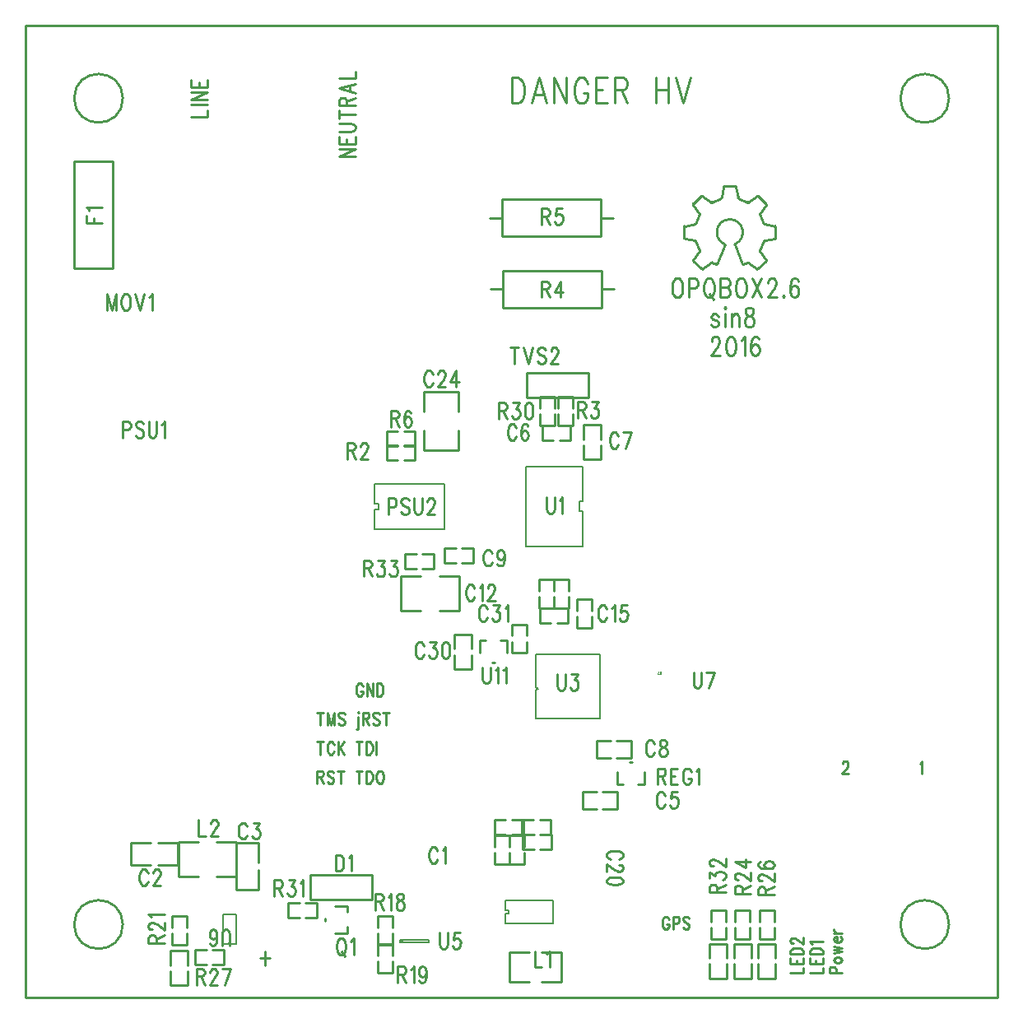
<source format=gto>
*
*
G04 PADS VX.1.1 Build Number: 678707 generated Gerber (RS-274-X) file*
G04 PC Version=2.1*
*
%IN "opqbox2.pcb"*%
*
%MOIN*%
*
%FSLAX35Y35*%
*
*
*
*
G04 PC Standard Apertures*
*
*
G04 Thermal Relief Aperture macro.*
%AMTER*
1,1,$1,0,0*
1,0,$1-$2,0,0*
21,0,$3,$4,0,0,45*
21,0,$3,$4,0,0,135*
%
*
*
G04 Annular Aperture macro.*
%AMANN*
1,1,$1,0,0*
1,0,$2,0,0*
%
*
*
G04 Odd Aperture macro.*
%AMODD*
1,1,$1,0,0*
1,0,$1-0.005,0,0*
%
*
*
G04 PC Custom Aperture Macros*
*
*
*
*
*
*
G04 PC Aperture Table*
*
%ADD010C,0.001*%
%ADD011C,0.00787*%
%ADD013C,0.01*%
%ADD193C,0.0015*%
*
*
*
*
G04 PC Circuitry*
G04 Layer Name opqbox2.pcb - circuitry*
%LPD*%
*
*
G04 PC Custom Flashes*
G04 Layer Name opqbox2.pcb - flashes*
%LPD*%
*
*
G04 PC Circuitry*
G04 Layer Name opqbox2.pcb - circuitry*
%LPD*%
*
G54D10*
G54D11*
G01X332776Y212894D02*
Y239075D01*
X306594*
Y225492*
X307579Y225000*
X306594Y224508*
Y212894*
X332776*
X241339Y289764D02*
Y297687D01*
X243110*
Y299951*
X241339*
Y307874*
X269685*
Y289764*
X241339*
X325689Y314862D02*
Y300824D01*
X324250*
Y296813*
X325689*
Y282776*
X302657*
Y314862*
X325689*
X294291Y130118D02*
Y134080D01*
X295497*
Y135212*
X294291*
Y139173*
X313583*
Y130118*
X294291*
X251772Y122441D02*
Y122785D01*
X252485*
Y122884*
X251772*
Y123228*
X263189*
Y122441*
X251772*
X185236Y121654D02*
X182997D01*
Y122392*
X182357*
Y121654*
X180118*
Y133465*
X185236*
Y121654*
G54D13*
X333268Y386811D02*
X338268D01*
X293268Y379311D02*
Y394311D01*
X333268*
Y379311*
X293268*
Y386811D02*
X288268D01*
X293110Y415748D02*
X288110D01*
X333110Y423248D02*
Y408248D01*
X293110*
Y423248*
X333110*
Y415748D02*
X338110D01*
X261307Y329715D02*
Y321665D01*
X275307*
Y329715*
X261307Y337215D02*
Y345265D01*
X275307*
Y337215*
X135433Y438583D02*
X119685D01*
Y395276*
X135433*
Y438583*
X327854Y353031D02*
Y343031D01*
X302854*
Y353031*
X327854*
X377012Y113564D02*
Y107764D01*
X384012*
Y113564*
X377012Y115964D02*
Y121764D01*
X384012*
Y115964*
X323378Y254262D02*
Y249712D01*
X329378*
Y254262*
X323378Y256762D02*
Y261312D01*
X329378*
Y256762*
X383512Y130778D02*
Y135328D01*
X377512*
Y130778*
X383512Y128278D02*
Y123728D01*
X377512*
Y128278*
X386854Y113564D02*
Y107764D01*
X393854*
Y113564*
X386854Y115964D02*
Y121764D01*
X393854*
Y115964*
X393354Y130778D02*
Y135328D01*
X387354*
Y130778*
X393354Y128278D02*
Y123728D01*
X387354*
Y128278*
X403197Y130778D02*
Y135328D01*
X397197*
Y130778*
X403197Y128278D02*
Y123728D01*
X397197*
Y128278*
X396697Y113564D02*
Y107764D01*
X403697*
Y113564*
X396697Y115964D02*
Y121764D01*
X403697*
Y115964*
X274144Y281937D02*
X269594D01*
Y275937*
X274144*
X276644Y281937D02*
X281194D01*
Y275937*
X276644*
X333680Y176421D02*
X339480D01*
Y183421*
X333680*
X331280Y176421D02*
X325480D01*
Y183421*
X331280*
X348079Y186157D02*
X350579D01*
Y191157*
X342079Y186157D02*
X339579D01*
Y191157*
X345579Y195157D02*
X344579D01*
X280469Y241161D02*
Y246961D01*
X273469*
Y241161*
X280469Y238761D02*
Y232961D01*
X273469*
Y238761*
X286370Y244748D02*
X283870D01*
Y239748*
X292370Y244748D02*
X294870D01*
Y239748*
X288870Y235748D02*
X289870D01*
X302803Y246526D02*
Y251076D01*
X296803*
Y246526*
X302803Y244026D02*
Y239476D01*
X296803*
Y244026*
X339389Y197091D02*
X345189D01*
Y204091*
X339389*
X336989Y197091D02*
X331189D01*
Y204091*
X336989*
X258199Y279772D02*
X253649D01*
Y273772*
X258199*
X260699Y279772D02*
X265249D01*
Y273772*
X260699*
X267530Y256780D02*
X275580D01*
Y270780*
X267530*
X260030Y256780D02*
X251980D01*
Y270780*
X260030*
X312726Y257528D02*
X308176D01*
Y251528*
X312726*
X315226Y257528D02*
X319776D01*
Y251528*
X315226*
X313711Y331740D02*
X309161D01*
Y325740*
X313711*
X316211Y331740D02*
X320761D01*
Y325740*
X316211*
X314417Y338652D02*
Y343202D01*
X308417*
Y338652*
X314417Y336152D02*
Y331602D01*
X308417*
Y336152*
X253219Y323378D02*
X257769D01*
Y329378*
X253219*
X250719Y323378D02*
X246169D01*
Y329378*
X250719*
Y323472D02*
X246169D01*
Y317472*
X250719*
X253219Y323472D02*
X257769D01*
Y317472*
X253219*
X333028Y326003D02*
Y331803D01*
X326028*
Y326003*
X333028Y323603D02*
Y317803D01*
X326028*
Y323603*
X321504Y338652D02*
Y343202D01*
X315504*
Y338652*
X321504Y336152D02*
Y331602D01*
X315504*
Y336152*
X319929Y264636D02*
Y269186D01*
X313929*
Y264636*
X319929Y262136D02*
Y257586D01*
X313929*
Y262136*
X314024Y264636D02*
Y269186D01*
X308024*
Y264636*
X314024Y262136D02*
Y257586D01*
X308024*
Y262136*
X295819Y158593D02*
Y154043D01*
X301819*
Y158593*
X295819Y161093D02*
Y165643D01*
X301819*
Y161093*
X289913Y158593D02*
Y154043D01*
X295913*
Y158593*
X289913Y161093D02*
Y165643D01*
X295913*
Y161093*
X305837Y165992D02*
X301287D01*
Y159992*
X305837*
X308337Y165992D02*
X312887D01*
Y159992*
X308337*
X305679Y171819D02*
X301129D01*
Y165819*
X305679*
X308179Y171819D02*
X312729D01*
Y165819*
X308179*
X294419Y171898D02*
X289869D01*
Y165898*
X294419*
X296919Y171898D02*
X301469D01*
Y165898*
X296919*
X303799Y118205D02*
X295799D01*
Y106205*
X303799*
X308799Y118205D02*
X316799D01*
Y106205*
X308799*
X248669Y128415D02*
Y132965D01*
X242669*
Y128415*
X248669Y125915D02*
Y121365D01*
X242669*
Y125915*
X248669Y116998D02*
Y121548D01*
X242669*
Y116998*
X248669Y114498D02*
Y109948D01*
X242669*
Y114498*
X169872Y162906D02*
X161822D01*
Y148906*
X169872*
X177372Y162906D02*
X185422D01*
Y148906*
X177372*
X213455Y132433D02*
X218005D01*
Y138433*
X213455*
X210955Y132433D02*
X206405D01*
Y138433*
X210955*
X230378Y134496D02*
Y136996D01*
X225378*
X230378Y128496D02*
Y125996D01*
X225378*
X221378Y131996D02*
Y130996D01*
X215453Y139488D02*
Y149488D01*
X240453*
Y139488*
X215453*
X165705Y113011D02*
Y118811D01*
X158705*
Y113011*
X165705Y110611D02*
Y104811D01*
X158705*
Y110611*
X165205Y128415D02*
Y132965D01*
X159205*
Y128415*
X165205Y125915D02*
Y121365D01*
X159205*
Y125915*
X175659Y113142D02*
X180209D01*
Y119142*
X175659*
X173159Y113142D02*
X168609D01*
Y119142*
X173159*
X194264Y154650D02*
Y162650D01*
X185264*
Y154650*
X194264Y151650D02*
Y143650D01*
X185264*
Y151650*
X153469Y153768D02*
X161469D01*
Y162768*
X153469*
X150469Y153768D02*
X142469D01*
Y162768*
X150469*
X226902Y440551D02*
X233465D01*
X226902D02*
X233465Y443733D01*
X226902D02*
X233465D01*
X226902Y445778D02*
X233465D01*
X226902D02*
Y448733D01*
X230027Y445778D02*
Y447597D01*
X233465Y445778D02*
Y448733D01*
X226902Y450778D02*
X231590D01*
X232527Y451006*
X233152Y451460*
X233465Y452142*
Y452597*
X233152Y453278*
X232527Y453733*
X231590Y453960*
X226902*
Y457597D02*
X233465D01*
X226902Y456006D02*
Y459188D01*
Y461233D02*
X233465D01*
X226902D02*
Y463278D01*
X227215Y463960*
X227527Y464188*
X228152Y464415*
X228777*
X229402Y464188*
X229715Y463960*
X230027Y463278*
Y461233*
Y462824D02*
X233465Y464415D01*
X226902Y468278D02*
X233465Y466460D01*
X226902Y468278D02*
X233465Y470097D01*
X231277Y467142D02*
Y469415D01*
X226902Y472142D02*
X233465D01*
Y474869*
X309055Y390027D02*
Y383465D01*
Y390027D02*
X311101D01*
X311782Y389715*
X312010Y389402*
X312237Y388777*
Y388152*
X312010Y387527*
X311782Y387215*
X311101Y386902*
X309055*
X310646D02*
X312237Y383465D01*
X316555Y390027D02*
X314282Y385652D01*
X317691*
X316555Y390027D02*
Y383465D01*
X309055Y419555D02*
Y412992D01*
Y419555D02*
X311101D01*
X311782Y419242*
X312010Y418930*
X312237Y418305*
Y417680*
X312010Y417055*
X311782Y416742*
X311101Y416430*
X309055*
X310646D02*
X312237Y412992D01*
X317237Y419555D02*
X314964D01*
X314737Y416742*
X314964Y417055*
X315646Y417367*
X316328*
X317010Y417055*
X317464Y416430*
X317691Y415492*
X317464Y414867*
X317237Y413930*
X316782Y413305*
X316101Y412992*
X315419*
X314737Y413305*
X314510Y413617*
X314282Y414242*
X133071Y384909D02*
Y378346D01*
Y384909D02*
X134889Y378346D01*
X136707Y384909D02*
X134889Y378346D01*
X136707Y384909D02*
Y378346D01*
X140116Y384909D02*
X139662Y384596D01*
X139207Y383971*
X138980Y383346*
X138753Y382409*
Y380846*
X138980Y379909*
X139207Y379284*
X139662Y378659*
X140116Y378346*
X141025*
X141480Y378659*
X141935Y379284*
X141935D02*
X142162Y379909D01*
X142389Y380846*
Y382409*
X142162Y383346*
X141935Y383971*
X141935D02*
X141480Y384596D01*
X141025Y384909*
X140116*
X144435D02*
X146253Y378346D01*
X148071Y384909D02*
X146253Y378346D01*
X150116Y383659D02*
X150571Y383971D01*
X151253Y384909*
Y378346*
X264826Y352244D02*
X264599Y352869D01*
X264145Y353494*
X263690Y353807*
X262781*
X262326Y353494*
X261872Y352869*
X261645Y352244*
X261417Y351307*
Y349744*
X261645Y348807*
X261872Y348182*
X262326Y347557*
X262781Y347244*
X263690*
X264145Y347557*
X264599Y348182*
X264826Y348807*
X267099Y352244D02*
Y352557D01*
X267326Y353182*
X267554Y353494*
X268008Y353807*
X268917*
X269372Y353494*
X269599Y353182*
X269826Y352557*
Y351932*
X269599Y351307*
X269145Y350369*
X266872Y347244*
X270054*
X274372Y353807D02*
X272099Y349432D01*
X275508*
X274372Y353807D02*
Y347244D01*
X124540Y413780D02*
X131102D01*
X124540D02*
Y416734D01*
X127665Y413780D02*
Y415598D01*
X125790Y418780D02*
X125477Y419234D01*
X124540Y419916*
X131102*
X167060Y456693D02*
X173622D01*
Y459420*
X167060Y461466D02*
X173622D01*
X167060Y463511D02*
X173622D01*
X167060D02*
X173622Y466693D01*
X167060D02*
X173622D01*
X167060Y468738D02*
X173622D01*
X167060D02*
Y471693D01*
X170185Y468738D02*
Y470557D01*
X173622Y468738D02*
Y471693D01*
X315354Y230972D02*
Y226284D01*
X315582Y225347*
X316036Y224722*
X316718Y224409*
X317173*
X317854Y224722*
X318309Y225347*
X318536Y226284*
Y230972*
X321036D02*
X323536D01*
X322173Y228472*
X322854*
X323309Y228159*
X323536Y227847*
X323763Y226909*
Y226284*
X323536Y225347*
X323082Y224722*
X322400Y224409*
X321718*
X321036Y224722*
X320809Y225034*
X320582Y225659*
X298048Y363255D02*
Y356693D01*
X296457Y363255D02*
X299639D01*
X301684D02*
X303502Y356693D01*
X305320Y363255D02*
X303502Y356693D01*
X310548Y362318D02*
X310093Y362943D01*
X309411Y363255*
X308502*
X307820Y362943*
X307366Y362318*
Y361693*
X307593Y361068*
X307820Y360755*
X308275Y360443*
X309639Y359818*
X310093Y359505*
X310320Y359193*
X310548Y358568*
Y357630*
X310093Y357005*
X309411Y356693*
X308502*
X307820Y357005*
X307366Y357630*
X312820Y361693D02*
Y362005D01*
X313048Y362630*
X313275Y362943*
X313729Y363255*
X314639*
X315093Y362943*
X315320Y362630*
X315548Y362005*
Y361380*
X315320Y360755*
X314866Y359818*
X312593Y356693*
X315775*
X335299Y257362D02*
X335072Y257987D01*
X334617Y258612*
X334162Y258925*
X333253*
X332799Y258612*
X332344Y257987*
X332117Y257362*
X331890Y256425*
Y254862*
X332117Y253925*
X332344Y253300*
X332799Y252675*
X333253Y252362*
X334162*
X334617Y252675*
X335072Y253300*
X335299Y253925*
X337344Y257675D02*
X337799Y257987D01*
X338481Y258925*
Y252362*
X343481Y258925D02*
X341208D01*
X340981Y256112*
X341208Y256425*
X341890Y256737*
X342572*
X343253Y256425*
X343708Y255800*
X343935Y254862*
X343708Y254237*
X343481Y253300*
X343026Y252675*
X342344Y252362*
X341662*
X340981Y252675*
X340753Y252987*
X340526Y253612*
X376902Y142520D02*
X383465D01*
X376902D02*
Y144565D01*
X377215Y145247*
X377527Y145474*
X378152Y145702*
X378777*
X379402Y145474*
X379715Y145247*
X380027Y144565*
Y142520*
Y144111D02*
X383465Y145702D01*
X376902Y148202D02*
Y150702D01*
X379402Y149338*
Y150020*
X379715Y150474*
X380027Y150702*
X380965Y150929*
X381590*
X382527Y150702*
X383152Y150247*
X383465Y149565*
Y148883*
X383152Y148202*
X382840Y147974*
X382215Y147747*
X378465Y153202D02*
X378152D01*
X377527Y153429*
X377215Y153656*
X376902Y154111*
Y155020*
X377215Y155474*
X377527Y155702*
X378152Y155929*
X378777*
X379402Y155702*
X380340Y155247*
X383465Y152974*
Y156156*
X387138Y142126D02*
X393701D01*
X387138D02*
Y144171D01*
X387451Y144853*
X387763Y145081*
X388388Y145308*
X389013*
X389638Y145081*
X389951Y144853*
X390263Y144171*
Y142126*
Y143717D02*
X393701Y145308D01*
X388701Y147581D02*
X388388D01*
X387763Y147808*
X387451Y148035*
X387138Y148490*
Y149399*
X387451Y149853*
X387763Y150081*
X388388Y150308*
X389013*
X389638Y150081*
X390576Y149626*
X393701Y147353*
Y150535*
X387138Y154853D02*
X391513Y152581D01*
Y155990*
X387138Y154853D02*
X393701D01*
X396587Y141732D02*
X403150D01*
X396587D02*
Y143778D01*
X396900Y144460*
X397212Y144687*
X397837Y144914*
X398462*
X399087Y144687*
X399400Y144460*
X399712Y143778*
Y141732*
Y143323D02*
X403150Y144914D01*
X398150Y147187D02*
X397837D01*
X397212Y147414*
X396900Y147641*
X396587Y148096*
Y149005*
X396900Y149460*
X397212Y149687*
X397837Y149914*
X398462*
X399087Y149687*
X400025Y149232*
X403150Y146960*
Y150141*
X397525Y154914D02*
X396900Y154687D01*
X396587Y154005*
Y153550*
X396900Y152869*
X397837Y152414*
X399400Y152187*
X400962*
X402212Y152414*
X402837Y152869*
X403150Y153550*
Y153778*
X402837Y154460*
X402212Y154914*
X401275Y155141*
X400962*
X400025Y154914*
X399400Y154460*
X399087Y153778*
Y153550*
X399400Y152869*
X400025Y152414*
X400962Y152187*
X288842Y279803D02*
X288615Y280428D01*
X288160Y281053*
X287706Y281366*
X286797*
X286342Y281053*
X285888Y280428*
X285660Y279803*
X285433Y278866*
Y277303*
X285660Y276366*
X285888Y275741*
X286342Y275116*
X286797Y274803*
X287706*
X288160Y275116*
X288615Y275741*
X288842Y276366*
X293842Y279178D02*
X293615Y278241D01*
X293160Y277616*
X292479Y277303*
X292251*
X291569Y277616*
X291115Y278241*
X290888Y279178*
Y279491*
X291115Y280428*
X291569Y281053*
X292251Y281366*
X292479*
X293160Y281053*
X293615Y280428*
X293842Y279178*
Y277616*
X293615Y276053*
X293160Y275116*
X292479Y274803*
X292024*
X291342Y275116*
X291115Y275741*
X358921Y181772D02*
X358694Y182397D01*
X358239Y183022*
X357785Y183334*
X356875*
X356421Y183022*
X355966Y182397*
X355739Y181772*
X355512Y180834*
Y179272*
X355739Y178334*
X355966Y177709*
X356421Y177084*
X356875Y176772*
X357785*
X358239Y177084*
X358694Y177709*
X358921Y178334*
X363921Y183334D02*
X361648D01*
X361421Y180522*
X361648Y180834*
X362330Y181147*
X363012*
X363694Y180834*
X364148Y180209*
X364375Y179272*
X364148Y178647*
X363921Y177709*
X363466Y177084*
X362785Y176772*
X362103*
X361421Y177084*
X361194Y177397*
X360966Y178022*
X355906Y192783D02*
Y186220D01*
Y192783D02*
X357951D01*
X358633Y192470*
X358860Y192158*
X359087Y191533*
Y190908*
X358860Y190283*
X358633Y189970*
X357951Y189658*
X355906*
X357496D02*
X359087Y186220D01*
X361133Y192783D02*
Y186220D01*
Y192783D02*
X364087D01*
X361133Y189658D02*
X362951D01*
X361133Y186220D02*
X364087D01*
X369542Y191220D02*
X369315Y191845D01*
X368860Y192470*
X368406Y192783*
X367496*
X367042Y192470*
X366587Y191845*
X366360Y191220*
X366133Y190283*
Y188720*
X366360Y187783*
X366587Y187158*
X367042Y186533*
X367496Y186220*
X368406*
X368860Y186533*
X369315Y187158*
X369542Y187783*
Y188720*
X368406D02*
X369542D01*
X371587Y191533D02*
X372042Y191845D01*
X372724Y192783*
Y186220*
X261283Y242402D02*
X261056Y243027D01*
X260601Y243652*
X260147Y243964*
X259238*
X258783Y243652*
X258329Y243027*
X258101Y242402*
X257874Y241464*
Y239902*
X258101Y238964*
X258329Y238339*
X258783Y237714*
X259238Y237402*
X260147*
X260601Y237714*
X261056Y238339*
X261283Y238964*
X263783Y243964D02*
X266283D01*
X264919Y241464*
X265601*
X266056Y241152*
X266283Y240839*
X266510Y239902*
Y239277*
X266283Y238339*
X265829Y237714*
X265147Y237402*
X264465*
X263783Y237714*
X263556Y238027*
X263329Y238652*
X269919Y243964D02*
X269238Y243652D01*
X268783Y242714*
X268556Y241152*
Y240214*
X268783Y238652*
X269238Y237714*
X269919Y237402*
X270374*
X271056Y237714*
X271510Y238652*
X271738Y240214*
Y241152*
X271510Y242714*
X271056Y243652*
X270374Y243964*
X269919*
X285039Y233728D02*
Y229040D01*
X285267Y228103*
X285721Y227478*
X286403Y227165*
X286858*
X287539Y227478*
X287994Y228103*
X288221Y229040*
Y233728*
X290267Y232478D02*
X290721Y232790D01*
X291403Y233728*
Y227165*
X293448Y232478D02*
X293903Y232790D01*
X294585Y233728*
Y227165*
X286874Y257362D02*
X286646Y257987D01*
X286192Y258612*
X285737Y258925*
X284828*
X284374Y258612*
X283919Y257987*
X283692Y257362*
X283465Y256425*
Y254862*
X283692Y253925*
X283919Y253300*
X284374Y252675*
X284828Y252362*
X285737*
X286192Y252675*
X286646Y253300*
X286874Y253925*
X289374Y258925D02*
X291874D01*
X290510Y256425*
X291192*
X291646Y256112*
X291874Y255800*
X292101Y254862*
Y254237*
X291874Y253300*
X291419Y252675*
X290737Y252362*
X290055*
X289374Y252675*
X289146Y252987*
X288919Y253612*
X294146Y257675D02*
X294601Y257987D01*
X295283Y258925*
Y252362*
X370472Y231759D02*
Y227072D01*
X370700Y226134*
X371154Y225509*
X371836Y225197*
X372291*
X372972Y225509*
X373427Y226134*
X373654Y227072*
Y231759*
X378882D02*
X376609Y225197D01*
X375700Y231759D02*
X378882D01*
X354590Y202638D02*
X354363Y203263D01*
X353908Y203888*
X353454Y204200*
X352545*
X352090Y203888*
X351636Y203263*
X351408Y202638*
X351181Y201700*
Y200138*
X351408Y199200*
X351636Y198575*
X352090Y197950*
X352545Y197638*
X353454*
X353908Y197950*
X354363Y198575*
X354590Y199200*
X357772Y204200D02*
X357090Y203888D01*
X356863Y203263*
Y202638*
X357090Y202013*
X357545Y201700*
X358454Y201388*
X359136Y201075*
X359590Y200450*
X359817Y199825*
Y198888*
X359590Y198263*
X359363Y197950*
X358681Y197638*
X357772*
X357090Y197950*
X356863Y198263*
X356636Y198888*
Y199825*
X356863Y200450*
X357317Y201075*
X357999Y201388*
X358908Y201700*
X359363Y202013*
X359590Y202638*
Y203263*
X359363Y203888*
X358681Y204200*
X357772*
X237008Y277035D02*
Y270472D01*
Y277035D02*
X239053D01*
X239735Y276722*
X239962Y276410*
X240190Y275785*
Y275160*
X239962Y274535*
X239735Y274222*
X239053Y273910*
X237008*
X238599D02*
X240190Y270472D01*
X242690Y277035D02*
X245190D01*
X243826Y274535*
X244508*
X244962Y274222*
X245190Y273910*
X245417Y272972*
Y272347*
X245190Y271410*
X244735Y270785*
X244053Y270472*
X243372*
X242690Y270785*
X242462Y271097*
X242235Y271722*
X247917Y277035D02*
X250417D01*
X249053Y274535*
X249735*
X250190Y274222*
X250417Y273910*
X250644Y272972*
Y272347*
X250417Y271410*
X249962Y270785*
X249281Y270472*
X248599*
X247917Y270785*
X247690Y271097*
X247462Y271722*
X281756Y265630D02*
X281528Y266255D01*
X281074Y266880*
X280619Y267192*
X279710*
X279256Y266880*
X278801Y266255*
X278574Y265630*
X278346Y264692*
Y263130*
X278574Y262192*
X278801Y261567*
X279256Y260942*
X279710Y260630*
X280619*
X281074Y260942*
X281528Y261567*
X281756Y262192*
X283801Y265942D02*
X284256Y266255D01*
X284937Y267192*
Y260630*
X287210Y265630D02*
Y265942D01*
X287437Y266567*
X287665Y266880*
X288119Y267192*
X289028*
X289483Y266880*
X289710Y266567*
X289937Y265942*
Y265317*
X289710Y264692*
X289256Y263755*
X286983Y260630*
X290165*
X139370Y333334D02*
Y326772D01*
Y333334D02*
X141416D01*
X142097Y333022*
X142325Y332709*
X142552Y332084*
Y331147*
X142325Y330522*
X142097Y330209*
X141416Y329897*
X139370*
X147779Y332397D02*
X147325Y333022D01*
X146643Y333334*
X145734*
X145052Y333022*
X144597Y332397*
Y331772*
X144825Y331147*
X145052Y330834*
X145506Y330522*
X146870Y329897*
X147325Y329584*
X147552Y329272*
X147779Y328647*
Y327709*
X147325Y327084*
X146643Y326772*
X145734*
X145052Y327084*
X144597Y327709*
X149825Y333334D02*
Y328647D01*
X150052Y327709*
X150506Y327084*
X151188Y326772*
X151643*
X152325Y327084*
X152779Y327709*
X153006Y328647*
Y333334*
X155052Y332084D02*
X155506Y332397D01*
X156188Y333334*
Y326772*
X298685Y330591D02*
X298457Y331216D01*
X298003Y331841*
X297548Y332153*
X296639*
X296185Y331841*
X295730Y331216*
X295503Y330591*
X295276Y329653*
Y328091*
X295503Y327153*
X295730Y326528*
X296185Y325903*
X296639Y325591*
X297548*
X298003Y325903*
X298457Y326528*
X298685Y327153*
X303457Y331216D02*
X303230Y331841D01*
X302548Y332153*
X302094*
X301412Y331841*
X300957Y330903*
X300730Y329341*
Y327778*
X300957Y326528*
X301412Y325903*
X302094Y325591*
X302321*
X303003Y325903*
X303457Y326528*
X303685Y327466*
Y327778*
X303457Y328716*
X303003Y329341*
X302321Y329653*
X302094*
X301412Y329341*
X300957Y328716*
X300730Y327778*
X291732Y340814D02*
Y334252D01*
Y340814D02*
X293778D01*
X294460Y340502*
X294687Y340189*
X294914Y339564*
Y338939*
X294687Y338314*
X294460Y338002*
X293778Y337689*
X291732*
X293323D02*
X294914Y334252D01*
X297414Y340814D02*
X299914D01*
X298550Y338314*
X299232*
X299687Y338002*
X299914Y337689*
X300141Y336752*
Y336127*
X299914Y335189*
X299460Y334564*
X298778Y334252*
X298096*
X297414Y334564*
X297187Y334877*
X296960Y335502*
X303550Y340814D02*
X302869Y340502D01*
X302414Y339564*
X302187Y338002*
Y337064*
X302414Y335502*
X302869Y334564*
X303550Y334252*
X304005*
X304687Y334564*
X305141Y335502*
X305369Y337064*
Y338002*
X305141Y339564*
X304687Y340502*
X304005Y340814*
X303550*
X248031Y337665D02*
Y331102D01*
Y337665D02*
X250077D01*
X250759Y337352*
X250986Y337040*
X251213Y336415*
Y335790*
X250986Y335165*
X250759Y334852*
X250077Y334540*
X248031*
X249622D02*
X251213Y331102D01*
X255986Y336727D02*
X255759Y337352D01*
X255077Y337665*
X254622*
X253941Y337352*
X253486Y336415*
X253259Y334852*
Y333290*
X253486Y332040*
X253941Y331415*
X254622Y331102*
X254850*
X255531Y331415*
X255986Y332040*
X256213Y332977*
Y333290*
X255986Y334227*
X255531Y334852*
X254850Y335165*
X254622*
X253941Y334852*
X253486Y334227*
X253259Y333290*
X230315Y324673D02*
Y318110D01*
Y324673D02*
X232360D01*
X233042Y324360*
X233270Y324048*
X233497Y323423*
Y322798*
X233270Y322173*
X233042Y321860*
X232360Y321548*
X230315*
X231906D02*
X233497Y318110D01*
X235770Y323110D02*
Y323423D01*
X235997Y324048*
X236224Y324360*
X236679Y324673*
X237588*
X238042Y324360*
X238270Y324048*
X238497Y323423*
Y322798*
X238270Y322173*
X237815Y321235*
X235542Y318110*
X238724*
X246850Y302232D02*
Y295669D01*
Y302232D02*
X248896D01*
X249578Y301919*
X249805Y301607*
X250032Y300982*
Y300044*
X249805Y299419*
X249578Y299107*
X248896Y298794*
X246850*
X255259Y301294D02*
X254805Y301919D01*
X254123Y302232*
X253214*
X252532Y301919*
X252078Y301294*
Y300669*
X252305Y300044*
X252532Y299732*
X252987Y299419*
X254350Y298794*
X254805Y298482*
X255032Y298169*
X255259Y297544*
Y296607*
X254805Y295982*
X254123Y295669*
X253214*
X252532Y295982*
X252078Y296607*
X257305Y302232D02*
Y297544D01*
X257532Y296607*
X257987Y295982*
X258669Y295669*
X259123*
X259805Y295982*
X260259Y296607*
X260487Y297544*
Y302232*
X262759Y300669D02*
Y300982D01*
X262987Y301607*
X263214Y301919*
X263669Y302232*
X264578*
X265032Y301919*
X265259Y301607*
X265487Y300982*
Y300357*
X265259Y299732*
X264805Y298794*
X262532Y295669*
X265714*
X340023Y327441D02*
X339796Y328066D01*
X339341Y328691*
X338887Y329003*
X337978*
X337523Y328691*
X337069Y328066*
X336841Y327441*
X336614Y326503*
Y324941*
X336841Y324003*
X337069Y323378*
X337523Y322753*
X337978Y322441*
X338887*
X339341Y322753*
X339796Y323378*
X340023Y324003*
X345251Y329003D02*
X342978Y322441D01*
X342069Y329003D02*
X345251D01*
X323622Y341208D02*
Y334646D01*
Y341208D02*
X325668D01*
X325668D02*
X326349Y340896D01*
X326577Y340583*
X326804Y339958*
Y339333*
X326577Y338708*
X326349Y338396*
X325668Y338083*
X325668D02*
X323622D01*
X325213D02*
X326804Y334646D01*
X329304Y341208D02*
X331804D01*
X330440Y338708*
X331122*
X331577Y338396*
X331804Y338083*
X332031Y337146*
Y336521*
X331804Y335583*
X331349Y334958*
X330668Y334646*
X330668D02*
X329986D01*
X329304Y334958*
X329077Y335271*
X328849Y335896*
X311024Y302625D02*
Y297938D01*
X311251Y297000*
X311705Y296375*
X312387Y296063*
X312842*
X313524Y296375*
X313978Y297000*
X314205Y297938*
Y302625*
X316251Y301375D02*
X316705Y301688D01*
X317387Y302625*
Y296063*
X340433Y156040D02*
X341058Y156267D01*
X341683Y156722*
X341996Y157176*
Y158085*
X341683Y158540*
X341058Y158994*
X340433Y159222*
X339496Y159449*
X337933*
X336996Y159222*
X336371Y158994*
X335746Y158540*
X335433Y158085*
Y157176*
X335746Y156722*
X336371Y156267*
X336996Y156040*
X340433Y153767D02*
X340746D01*
X341371Y153540*
X341683Y153312*
X341996Y152858*
Y151949*
X341683Y151494*
X341371Y151267*
X340746Y151040*
X340121*
X339496Y151267*
X338558Y151722*
X335433Y153994*
Y150812*
X341996Y147403D02*
X341683Y148085D01*
X340746Y148540*
X339183Y148767*
X338246*
X336683Y148540*
X335746Y148085*
X335433Y147403*
Y146949*
X335746Y146267*
X336683Y145812*
X338246Y145585*
X339183*
X340746Y145812*
X341683Y146267*
X341996Y146949*
Y147403*
X266795Y159331D02*
X266568Y159956D01*
X266113Y160581*
X265659Y160893*
X264749*
X264295Y160581*
X263840Y159956*
X263613Y159331*
X263386Y158393*
Y156831*
X263613Y155893*
X263840Y155268*
X264295Y154643*
X264749Y154331*
X265659*
X266113Y154643*
X266568Y155268*
X266795Y155893*
X268840Y159643D02*
X269295Y159956D01*
X269977Y160893*
Y154331*
X306299Y118767D02*
Y112205D01*
X309026*
X311072Y117517D02*
X311526Y117830D01*
X312208Y118767*
Y112205*
X241732Y141996D02*
Y135433D01*
Y141996D02*
X243778D01*
X244460Y141683*
X244687Y141371*
X244914Y140746*
Y140121*
X244687Y139496*
X244460Y139183*
X243778Y138871*
X241732*
X243323D02*
X244914Y135433D01*
X246960Y140746D02*
X247414Y141058D01*
X248096Y141996*
Y135433*
X251278Y141996D02*
X250596Y141683D01*
X250369Y141058*
Y140433*
X250596Y139808*
X251050Y139496*
X251960Y139183*
X252641Y138871*
X253096Y138246*
X253323Y137621*
Y136683*
X253096Y136058*
X252869Y135746*
X252187Y135433*
X251278*
X250596Y135746*
X250369Y136058*
X250141Y136683*
Y137621*
X250369Y138246*
X250823Y138871*
X251505Y139183*
X252414Y139496*
X252869Y139808*
X253096Y140433*
Y141058*
X252869Y141683*
X252187Y141996*
X251278*
X250787Y112468D02*
Y105906D01*
Y112468D02*
X252833D01*
X253515Y112156*
X253742Y111843*
X253969Y111218*
Y110593*
X253742Y109968*
X253515Y109656*
X252833Y109343*
X250787*
X252378D02*
X253969Y105906D01*
X256015Y111218D02*
X256469Y111531D01*
X257151Y112468*
Y105906*
X262151Y110281D02*
X261924Y109343D01*
X261469Y108718*
X260787Y108406*
X260560*
X259878Y108718*
X259424Y109343*
X259196Y110281*
Y110593*
X259424Y111531*
X259878Y112156*
X260560Y112468*
X260787*
X261469Y112156*
X261924Y111531*
X262151Y110281*
Y108718*
X261924Y107156*
X261469Y106218*
X260787Y105906*
X260333*
X259651Y106218*
X259424Y106843*
X267717Y126248D02*
Y121560D01*
X267944Y120623*
X268398Y119998*
X269080Y119685*
X269535*
X270217Y119998*
X270671Y120623*
X270898Y121560*
Y126248*
X275898D02*
X273626D01*
X273398Y123435*
X273626Y123748*
X274307Y124060*
X274989*
X275671Y123748*
X276126Y123123*
X276353Y122185*
X276126Y121560*
X275898Y120623*
X275444Y119998*
X274762Y119685*
X274080*
X273398Y119998*
X273171Y120310*
X272944Y120935*
X170079Y171917D02*
Y165354D01*
X172806*
X175079Y170354D02*
Y170667D01*
X175306Y171292*
X175533Y171604*
X175988Y171917*
X176897*
X177351Y171604*
X177579Y171292*
X177806Y170667*
Y170042*
X177579Y169417*
X177124Y168479*
X174851Y165354*
X178033*
X200787Y147507D02*
Y140945D01*
Y147507D02*
X202833D01*
X203515Y147195*
X203742Y146882*
X203969Y146257*
Y145632*
X203742Y145007*
X203515Y144695*
X202833Y144382*
X200787*
X202378D02*
X203969Y140945D01*
X206469Y147507D02*
X208969D01*
X207606Y145007*
X208287*
X208742Y144695*
X208969Y144382*
X209196Y143445*
Y142820*
X208969Y141882*
X208515Y141257*
X207833Y140945*
X207151*
X206469Y141257*
X206242Y141570*
X206015Y142195*
X211242Y146257D02*
X211696Y146570D01*
X212378Y147507*
Y140945*
X227348Y123885D02*
X226893Y123573D01*
X226439Y122948*
X226212Y122323*
X225984Y121385*
Y119823*
X226212Y118885*
X226439Y118260*
X226893Y117635*
X227348Y117323*
X228257*
X228712Y117635*
X229166Y118260*
X229393Y118885*
X229621Y119823*
Y121385*
X229393Y122323*
X229166Y122948*
X228712Y123573*
X228257Y123885*
X227348*
X228030Y118573D02*
X229393Y116698D01*
X231666Y122635D02*
X232121Y122948D01*
X232802Y123885*
Y117323*
X225591Y157744D02*
Y151181D01*
Y157744D02*
X227181D01*
X227863Y157431*
X228318Y156806*
X228545Y156181*
X228772Y155244*
Y153681*
X228545Y152744*
X228318Y152119*
X227863Y151494*
X227181Y151181*
X225591*
X230818Y156494D02*
X231272Y156806D01*
X231954Y157744*
Y151181*
X182677Y120997D02*
Y125684D01*
X182450Y126622*
X181995Y127247*
X181314Y127559*
X180859*
X180177Y127247*
X179723Y126622*
X179495Y125684*
Y120997*
X174723Y121934D02*
X174950Y121309D01*
X175632Y120997*
X176086*
X176768Y121309*
X177223Y122247*
X177450Y123809*
Y125372*
X177223Y126622*
X176768Y127247*
X176086Y127559*
X175859*
X175177Y127247*
X174723Y126622*
X174495Y125684*
Y125372*
X174723Y124434*
X175177Y123809*
X175859Y123497*
X176086*
X176768Y123809*
X177223Y124434*
X177450Y125372*
X149737Y122047D02*
X156299D01*
X149737D02*
Y124093D01*
X150049Y124775*
X150362Y125002*
X150987Y125229*
X151612*
X152237Y125002*
X152549Y124775*
X152862Y124093*
Y122047*
Y123638D02*
X156299Y125229D01*
X151299Y127502D02*
X150987D01*
X150362Y127729*
X150049Y127956*
X149737Y128411*
Y129320*
X150049Y129775*
X150362Y130002*
X150987Y130229*
X151612*
X152237Y130002*
X153174Y129547*
X156299Y127275*
Y130456*
X150987Y132502D02*
X150674Y132956D01*
X149737Y133638*
X156299*
X169291Y111681D02*
Y105118D01*
Y111681D02*
X171337D01*
X172019Y111368*
X172246Y111056*
X172473Y110431*
Y109806*
X172246Y109181*
X172019Y108868*
X171337Y108556*
X169291*
X170882D02*
X172473Y105118D01*
X174746Y110118D02*
Y110431D01*
X174973Y111056*
X175200Y111368*
X175655Y111681*
X176564*
X177019Y111368*
X177246Y111056*
X177473Y110431*
Y109806*
X177246Y109181*
X176791Y108243*
X174519Y105118*
X177700*
X182928Y111681D02*
X180655Y105118D01*
X179746Y111681D02*
X182928D01*
X189630Y169173D02*
X189402Y169798D01*
X188948Y170423*
X188493Y170736*
X187584*
X187130Y170423*
X186675Y169798*
X186448Y169173*
X186220Y168236*
Y166673*
X186448Y165736*
X186675Y165111*
X187130Y164486*
X187584Y164173*
X188493*
X188948Y164486*
X189402Y165111*
X189630Y165736*
X192130Y170736D02*
X194630D01*
X193266Y168236*
X193948*
X194402Y167923*
X194630Y167611*
X194857Y166673*
Y166048*
X194630Y165111*
X194175Y164486*
X193493Y164173*
X192811*
X192130Y164486*
X191902Y164798*
X191675Y165423*
X149472Y150276D02*
X149245Y150901D01*
X148790Y151526*
X148336Y151838*
X147427*
X146972Y151526*
X146518Y150901*
X146290Y150276*
X146063Y149338*
Y147776*
X146290Y146838*
X146518Y146213*
X146972Y145588*
X147427Y145276*
X148336*
X148790Y145588*
X149245Y146213*
X149472Y146838*
X151745Y150276D02*
Y150588D01*
X151972Y151213*
X152199Y151526*
X152654Y151838*
X153563*
X154018Y151526*
X154245Y151213*
X154472Y150588*
Y149963*
X154245Y149338*
X153790Y148401*
X151518Y145276*
X154699*
X196927Y118617D02*
Y112992D01*
X194882Y115805D02*
X198973D01*
X219363Y215404D02*
Y210236D01*
X218110Y215404D02*
X220616D01*
X222226D02*
Y210236D01*
Y215404D02*
X223658Y210236D01*
X225089Y215404D02*
X223658Y210236D01*
X225089Y215404D02*
Y210236D01*
X229205Y214665D02*
X228848Y215157D01*
X228311Y215404*
X227595*
X227058Y215157*
X226700Y214665*
Y214173*
X226879Y213681*
X227058Y213435*
X227416Y213189*
X228490Y212697*
X228848Y212451*
X229026Y212205*
X229205Y211713*
Y210974*
X228848Y210482*
X228311Y210236*
X227595*
X227058Y210482*
X226700Y210974*
X234574Y215404D02*
X234753Y215157D01*
X234932Y215404*
X234753Y215650*
X234574Y215404*
X234753Y213681D02*
Y209498D01*
X234574Y208760*
X234216Y208514*
X233858*
X236543Y215404D02*
Y210236D01*
Y215404D02*
X238153D01*
X238690Y215157*
X238869Y214911*
X239048Y214419*
Y213927*
X238869Y213435*
X238690Y213189*
X238153Y212943*
X236543*
X237795D02*
X239048Y210236D01*
X243164Y214665D02*
X242806Y215157D01*
X242269Y215404*
X241553*
X241016Y215157*
X240659Y214665*
Y214173*
X240838Y213681*
X241016Y213435*
X241374Y213189*
X242448Y212697*
X242806Y212451*
X242985Y212205*
X243164Y211713*
Y210974*
X242806Y210482*
X242269Y210236*
X241553*
X241016Y210482*
X240659Y210974*
X246027Y215404D02*
Y210236D01*
X244775Y215404D02*
X247280D01*
X236543Y225984D02*
X236364Y226476D01*
X236006Y226969*
X235648Y227215*
X234932*
X234574Y226969*
X234216Y226476*
X234037Y225984*
X233858Y225246*
Y224016*
X234037Y223278*
X234216Y222785*
X234574Y222293*
X234932Y222047*
X235648*
X236006Y222293*
X236364Y222785*
X236543Y223278*
Y224016*
X235648D02*
X236543D01*
X238153Y227215D02*
Y222047D01*
Y227215D02*
X240659Y222047D01*
Y227215D02*
Y222047D01*
X242269Y227215D02*
Y222047D01*
Y227215D02*
X243522D01*
X244059Y226969*
X244417Y226476*
X244596Y225984*
X244775Y225246*
Y224016*
X244596Y223278*
X244417Y222785*
X244059Y222293*
X243522Y222047*
X242269*
X235111Y203593D02*
Y198425D01*
X233858Y203593D02*
X236364D01*
X237974D02*
Y198425D01*
Y203593D02*
X239227D01*
X239764Y203346*
X240122Y202854*
X240301Y202362*
X240480Y201624*
Y200394*
X240301Y199656*
X240122Y199163*
X239764Y198671*
X239227Y198425*
X237974*
X242090Y203593D02*
Y198425D01*
X235111Y191781D02*
Y186614D01*
X233858Y191781D02*
X236364D01*
X237974D02*
Y186614D01*
Y191781D02*
X239227D01*
X239764Y191535*
X240122Y191043*
X240301Y190551*
X240480Y189813*
Y188583*
X240301Y187844*
X240122Y187352*
X239764Y186860*
X239227Y186614*
X237974*
X243164Y191781D02*
X242806Y191535D01*
X242448Y191043*
X242269Y190551*
X242090Y189813*
Y188583*
X242269Y187844*
X242448Y187352*
X242806Y186860*
X243164Y186614*
X243880*
X244238Y186860*
X244596Y187352*
X244775Y187844*
X244953Y188583*
Y189813*
X244775Y190551*
X244596Y191043*
X244238Y191535*
X243880Y191781*
X243164*
X219363Y203593D02*
Y198425D01*
X218110Y203593D02*
X220616D01*
X224911Y202362D02*
X224732Y202854D01*
X224374Y203346*
X224016Y203593*
X223300*
X222942Y203346*
X222584Y202854*
X222405Y202362*
X222226Y201624*
Y200394*
X222405Y199656*
X222584Y199163*
X222942Y198671*
X223300Y198425*
X224016*
X224374Y198671*
X224732Y199163*
X224911Y199656*
X226521Y203593D02*
Y198425D01*
X229026Y203593D02*
X226521Y200148D01*
X227416Y201378D02*
X229026Y198425D01*
X218110Y191781D02*
Y186614D01*
Y191781D02*
X219721D01*
X220258Y191535*
X220437Y191289*
X220616Y190797*
Y190305*
X220437Y189813*
X220258Y189567*
X219721Y189321*
X218110*
X219363D02*
X220616Y186614D01*
X224732Y191043D02*
X224374Y191535D01*
X223837Y191781*
X223121*
X222584Y191535*
X222226Y191043*
Y190551*
X222405Y190059*
X222584Y189813*
X222942Y189567*
X224016Y189075*
X224374Y188829*
X224553Y188583*
X224732Y188091*
Y187352*
X224374Y186860*
X223837Y186614*
X223121*
X222584Y186860*
X222226Y187352*
X227595Y191781D02*
Y186614D01*
X226342Y191781D02*
X228848D01*
X296850Y472539D02*
Y462205D01*
Y472539D02*
X299356D01*
X300429Y472047*
X301145Y471063*
X301503Y470079*
X301861Y468602*
Y466142*
X301503Y464665*
X301145Y463681*
X300429Y462697*
X299356Y462205*
X296850*
X307946Y472539D02*
X305082Y462205D01*
X307946Y472539D02*
X310809Y462205D01*
X306156Y465650D02*
X309735D01*
X314030Y472539D02*
Y462205D01*
Y472539D02*
X319041Y462205D01*
Y472539D02*
Y462205D01*
X327631Y470079D02*
X327273Y471063D01*
X326557Y472047*
X325841Y472539*
X324409*
X323694Y472047*
X322978Y471063*
X322620Y470079*
X322262Y468602*
Y466142*
X322620Y464665*
X322978Y463681*
X323694Y462697*
X324409Y462205*
X325841*
X326557Y462697*
X327273Y463681*
X327631Y464665*
Y466142*
X325841D02*
X327631D01*
X330852Y472539D02*
Y462205D01*
Y472539D02*
X335505D01*
X330852Y467618D02*
X333715D01*
X330852Y462205D02*
X335505D01*
X338726Y472539D02*
Y462205D01*
Y472539D02*
X341947D01*
X343021Y472047*
X343379Y471555*
X343737Y470571*
Y469587*
X343379Y468602*
X343021Y468110*
X341947Y467618*
X338726*
X341231D02*
X343737Y462205D01*
X355190Y472539D02*
Y462205D01*
X360200Y472539D02*
Y462205D01*
X355190Y467618D02*
X360200D01*
X363422Y472539D02*
X366285Y462205D01*
X369148Y472539D02*
X366285Y462205D01*
X462205Y194734D02*
X462563Y194980D01*
X463099Y195719*
X463099D02*
Y190551D01*
X430888Y194488D02*
Y194734D01*
X431067Y195226*
X431246Y195472*
X431603Y195719*
X432319*
X432677Y195472*
X432856Y195226*
X433035Y194734*
Y194242*
X432856Y193750*
X432498Y193012*
X430709Y190551*
X433214*
X425541Y109843D02*
X430709D01*
X425541D02*
Y111453D01*
X425787Y111990*
X426033Y112169*
X426526Y112348*
X427264*
X427756Y112169*
X428002Y111990*
X428248Y111453*
Y109843*
X427264Y114853D02*
X427510Y114495D01*
X428002Y114137*
X428740Y113958*
X429232*
X429970Y114137*
X430463Y114495*
X430709Y114853*
Y115390*
X430463Y115748*
X429970Y116106*
X429232Y116285*
X428740*
X428002Y116106*
X427510Y115748*
X427264Y115390*
Y114853*
Y117895D02*
X430709Y118611D01*
X427264Y119327D02*
X430709Y118611D01*
X427264Y119327D02*
X430709Y120043D01*
X427264Y120759D02*
X430709Y120043D01*
X428740Y122369D02*
Y124517D01*
X428248*
X427756Y124338*
X427510Y124159*
X427264Y123801*
Y123264*
X427510Y122906*
X428002Y122548*
X428740Y122369*
X429232*
X429970Y122548*
X430463Y122906*
X430709Y123264*
Y123801*
X430463Y124159*
X429970Y124517*
X427264Y126127D02*
X430709D01*
X428740D02*
X428002Y126306D01*
X427510Y126664*
X427264Y127022*
Y127559*
X417667Y109843D02*
X422835D01*
Y111990*
X417667Y113601D02*
X422835D01*
X417667D02*
Y115927D01*
X420128Y113601D02*
Y115032D01*
X422835Y113601D02*
Y115927D01*
X417667Y117538D02*
X422835D01*
X417667D02*
Y118790D01*
X417913Y119327*
X418406Y119685*
X418898Y119864*
X419636Y120043*
X420866*
X421604Y119864*
X422096Y119685*
X422589Y119327*
X422835Y118790*
Y117538*
X418652Y121654D02*
X418406Y122011D01*
X417667Y122548*
X422835*
X409793Y109843D02*
X414961D01*
Y111990*
X409793Y113601D02*
X414961D01*
X409793D02*
Y115927D01*
X412254Y113601D02*
Y115032D01*
X414961Y113601D02*
Y115927D01*
X409793Y117538D02*
X414961D01*
X409793D02*
Y118790D01*
X410039Y119327*
X410531Y119685*
X411024Y119864*
X411762Y120043*
X412992*
X413730Y119864*
X414222Y119685*
X414715Y119327*
X414961Y118790*
Y117538*
X411024Y121832D02*
X410778D01*
X410778D02*
X410285Y122011D01*
X410039Y122190*
X409793Y122548*
Y123264*
X410039Y123622*
X410285Y123801*
X410778Y123980*
X411270*
X411762Y123801*
X412500Y123443*
X414961Y121654*
Y124159*
X363422Y391216D02*
X362885Y390846D01*
X362348Y390108*
X362079Y389370*
X361811Y388263*
Y386417*
X362079Y385310*
X362348Y384572*
X362885Y383834*
X363422Y383465*
X364495*
X365032Y383834*
X365569Y384572*
X365838Y385310*
X366106Y386417*
Y388263*
X365838Y389370*
X365569Y390108*
X365032Y390846*
X364495Y391216*
X363422*
X368522D02*
Y383465D01*
Y391216D02*
X370938D01*
X371743Y390846*
X372011Y390477*
X372280Y389739*
Y388632*
X372011Y387894*
X371743Y387525*
X370938Y387156*
X368522*
X376306Y391216D02*
X375770Y390846D01*
X375233Y390108*
X374964Y389370*
X374696Y388263*
Y386417*
X374964Y385310*
X375233Y384572*
X375770Y383834*
X376306Y383465*
X377380*
X377917Y383834*
X378454Y384572*
X378722Y385310*
X378991Y386417*
Y388263*
X378722Y389370*
X378454Y390108*
X377917Y390846*
X377380Y391216*
X376306*
X377112Y384941D02*
X378722Y382726D01*
X381407Y391216D02*
Y383465D01*
Y391216D02*
X383822D01*
X384628Y390846*
X384896Y390477*
X385165Y389739*
Y389001*
X384896Y388263*
X384628Y387894*
X383822Y387525*
X381407D02*
X383822D01*
X384628Y387156*
X384896Y386786*
X385165Y386048*
Y384941*
X384896Y384203*
X384628Y383834*
X383822Y383465*
X381407*
X389191Y391216D02*
X388654Y390846D01*
X388117Y390108*
X387849Y389370*
X387581Y388263*
Y386417*
X387849Y385310*
X388117Y384572*
X388654Y383834*
X389191Y383465*
X390265*
X390802Y383834*
X391339Y384572*
X391607Y385310*
X391875Y386417*
Y388263*
X391607Y389370*
X391339Y390108*
X390802Y390846*
X390265Y391216*
X389191*
X394291D02*
X398049Y383465D01*
Y391216D02*
X394291Y383465D01*
X400734Y389370D02*
Y389739D01*
X401002Y390477*
X401271Y390846*
X401807Y391216*
X402881*
X403418Y390846*
X403686Y390477*
X403955Y389739*
Y389001*
X403686Y388263*
X403150Y387156*
X400465Y383465*
X404223*
X406908Y384203D02*
X406639Y383834D01*
X406908Y383465*
X407176Y383834*
X406908Y384203*
X412813Y390108D02*
X412545Y390846D01*
X411739Y391216*
X411203*
X410397Y390846*
X409860Y389739*
X409592Y387894*
Y386048*
X409860Y384572*
X410397Y383834*
X411203Y383465*
X411471*
X412276Y383834*
X412813Y384572*
X413082Y385679*
Y386048*
X412813Y387156*
X412276Y387894*
X411471Y388263*
X411203*
X410397Y387894*
X409860Y387156*
X409592Y386048*
X380512Y375714D02*
X380243Y376452D01*
X379438Y376821*
X378633*
X377827Y376452*
X377559Y375714*
X377827Y374975*
X378364Y374606*
X379707Y374237*
X380243Y373868*
X380512Y373130*
Y372761*
X380243Y372023*
X379438Y371654*
X378633*
X377827Y372023*
X377559Y372761*
X382928Y379405D02*
X383196Y379035D01*
X383465Y379405*
X383196Y379774*
X382928Y379405*
X383196Y376821D02*
Y371654D01*
X385880Y376821D02*
Y371654D01*
Y375344D02*
X386686Y376452D01*
X387223Y376821*
X388028*
X388565Y376452*
X388833Y375344*
Y371654*
X392591Y379405D02*
X391786Y379035D01*
X391518Y378297*
Y377559*
X391786Y376821*
X392323Y376452*
X393397Y376083*
X394202Y375714*
X394739Y374975*
X395007Y374237*
Y373130*
X394739Y372392*
X394470Y372023*
X393665Y371654*
X392591*
X391786Y372023*
X391518Y372392*
X391249Y373130*
Y374237*
X391518Y374975*
X392054Y375714*
X392860Y376083*
X393933Y376452*
X394470Y376821*
X394739Y377559*
Y378297*
X394470Y379035*
X393665Y379405*
X392591*
X377827Y365748D02*
Y366117D01*
X378096Y366855*
X378364Y367224*
X378901Y367594*
X379975*
X380512Y367224*
X380780Y366855*
X381049Y366117*
Y365379*
X380780Y364641*
X380243Y363533*
X377559Y359843*
X381317*
X385344Y367594D02*
X384538Y367224D01*
X384001Y366117*
X383733Y364272*
Y363164*
X384001Y361319*
X384538Y360212*
X385344Y359843*
X385880*
X386686Y360212*
X387223Y361319*
X387491Y363164*
Y364272*
X387223Y366117*
X386686Y367224*
X385880Y367594*
X385344*
X389907Y366117D02*
X390444Y366486D01*
X391249Y367594*
Y359843*
X396886Y366486D02*
X396618Y367224D01*
X395812Y367594*
X395276*
X394470Y367224*
X393933Y366117*
X393665Y364272*
Y362426*
X393933Y360950*
X394470Y360212*
X395276Y359843*
X395544*
X396349Y360212*
X396886Y360950*
X397155Y362057*
Y362426*
X396886Y363533*
X396349Y364272*
X395544Y364641*
X395276*
X394470Y364272*
X393933Y363533*
X393665Y362426*
X360558Y131496D02*
X360379Y131988D01*
X360021Y132480*
X359664Y132726*
X358948*
X358590Y132480*
X358232Y131988*
X358053Y131496*
X357874Y130758*
Y129528*
X358053Y128789*
X358232Y128297*
X358590Y127805*
X358948Y127559*
X359664*
X360021Y127805*
X360379Y128297*
X360558Y128789*
Y129528*
X359664D02*
X360558D01*
X362169Y132726D02*
Y127559D01*
Y132726D02*
X363780D01*
X364316Y132480*
X364495Y132234*
X364674Y131742*
Y131004*
X364495Y130512*
X364316Y130266*
X363780Y130020*
X362169*
X368790Y131988D02*
X368432Y132480D01*
X367895Y132726*
X367180*
X366643Y132480*
X366285Y131988*
Y131496*
X366464Y131004*
X366643Y130758*
X367001Y130512*
X368074Y130020*
X368432Y129774*
X368611Y129528*
X368790Y129035*
Y128297*
X368432Y127805*
X367895Y127559*
X367180*
X366643Y127805*
X366285Y128297*
X100000Y100000D02*
Y493701D01*
X493701*
Y100000*
X100000*
X139370Y129528D02*
G75*
G03X139370I-9842J0D01*
G01X474016D02*
G03X474016I-9843J0D01*
G01Y464173D02*
G03X474016I-9843J0D01*
G01X139370D02*
G03X139370I-9842J0D01*
G01X387400Y405118D02*
G03X383011I-2194J4771D01*
G01X383132Y404809D02*
G03X383010Y405118I-223J91D01*
G01X383132Y404809D02*
X379983Y397098D01*
X379669Y396967D02*
G03X379983Y397098I92J222D01*
G01X379669Y396967D02*
X377959Y397675D01*
G03X377732Y397652I-92J-221*
G01X373971Y395108*
X373667Y395137D02*
G03X373971Y395108I170J169D01*
G01X373667Y395137D02*
X370453Y398350D01*
X370424Y398655D02*
G03X370453Y398350I199J-135D01*
G01X370424Y398655D02*
X372969Y402416D01*
G03X372992Y402642I-199J134*
G01X371445Y406377*
G03X371269Y406521I-222J-92*
G01X366810Y407381*
X366615Y407617D02*
G03X366810Y407381I240J-0D01*
G01X366615Y407617D02*
Y412161D01*
X366810Y412397D02*
G03X366615Y412161I46J-236D01*
G01X366810Y412397D02*
X371269Y413257D01*
G03X371445Y413401I-46J236*
G01X372992Y417136*
G03X372969Y417362I-222J92*
G01X370424Y421123*
X370453Y421428D02*
G03X370424Y421123I170J-170D01*
G01X370453Y421428D02*
X373667Y424641D01*
X373971Y424670D02*
G03X373667Y424641I-134J-198D01*
G01X373971Y424670D02*
X377732Y422126D01*
G03X377959Y422103I135J198*
G01X381694Y423650*
G03X381837Y423826I-92J221*
G01X382698Y428285*
X382933Y428479D02*
G03X382698Y428285I0J-240D01*
G01X382933Y428479D02*
X387478D01*
X387714Y428285D02*
G03X387478Y428479I-236J-46D01*
G01X387714Y428285D02*
X388574Y423826D01*
G03X388718Y423650I236J45*
G01X392453Y422103*
G03X392679Y422126I91J221*
G01X396440Y424670*
X396744Y424641D02*
G03X396440Y424670I-169J-169D01*
G01X396744Y424641D02*
X399958Y421428D01*
X399987Y421123D02*
G03X399958Y421428I-199J135D01*
G01X399987Y421123D02*
X397442Y417362D01*
G03X397419Y417136I199J-134*
G01X398966Y413401*
G03X399143Y413257I222J92*
G01X403602Y412397*
X403796Y412161D02*
G03X403602Y412397I-240J-0D01*
G01X403796Y412161D02*
Y407617D01*
X403602Y407381D02*
G03X403796Y407617I-46J236D01*
G01X403602Y407381D02*
X399143Y406521D01*
G03X398966Y406377I45J-236*
G01X397419Y402642*
G03X397442Y402416I222J-92*
G01X399987Y398655*
X399958Y398350D02*
G03X399987Y398655I-170J170D01*
G01X399958Y398350D02*
X396744Y395137D01*
X396440Y395108D02*
G03X396744Y395137I135J198D01*
G01X396440Y395108D02*
X392679Y397652D01*
G03X392453Y397675I-135J-198*
G01X390742Y396967*
X390428Y397098D02*
G03X390742Y396967I223J91D01*
G01X390428Y397098D02*
X387280Y404809D01*
X387402Y405118D02*
G03X387280Y404809I100J-218D01*
G54D193*
G01X357370Y230890D02*
Y231593D01*
X357336Y231733*
X357268Y231827*
X357166Y231874*
X357097*
X356995Y231827*
X356927Y231733*
X356893Y231593*
Y230890*
X356109D02*
X356450Y231874D01*
X356586Y230890D02*
X356109D01*
G74*
X0Y0D02*
M02*

</source>
